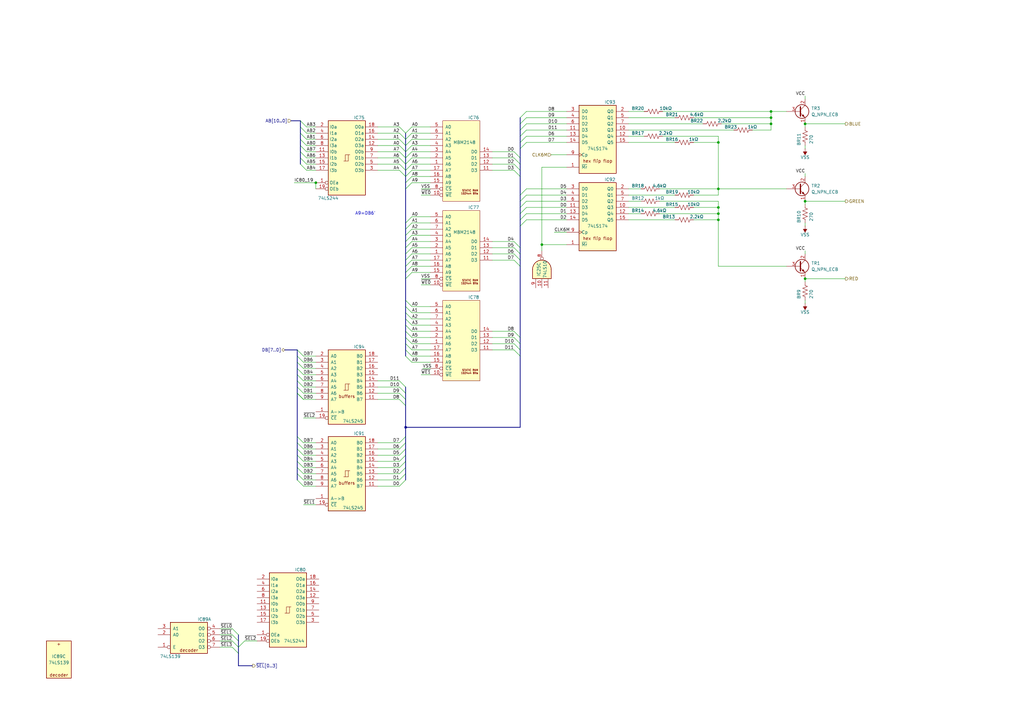
<source format=kicad_sch>
(kicad_sch (version 20231120) (generator "eeschema") (generator_version "8.0")
  (paper "A3")
  (title_block (date "2024-11-16") (rev "José Tejada G.") (company "JOTEGO") (comment 1 "www.patreon.com/jotego") (comment 2 "José Tejada"))
  (lib_symbols
    (symbol "Device:Q_NPN_ECB" (pin_names (offset 0) hide)
      (property "Reference" "Q" (at 5.08 1.27 0))
      (property "Value" "Q_NPN_ECB" (at 5.08 -1.27 0))
      (symbol "Q_NPN_ECB_0_1"
        (polyline (pts (xy 0.635 0.635) (xy 2.54 2.54)))
        (polyline (pts (xy 0.635 -0.635) (xy 2.54 -2.54) (xy 2.54 -2.54)))
        (polyline (pts (xy 0.635 1.905) (xy 0.635 -1.905) (xy 0.635 -1.905)) (stroke (width 0.508)))
        (polyline (pts (xy 1.27 -1.778) (xy 1.778 -1.27) (xy 2.286 -2.286) (xy 1.27 -1.778) (xy 1.27 -1.778)) (fill (type outline)))
        (circle (center 1.27 0) (radius 2.8194) (stroke (width 0.254)))
      )
      (symbol "Q_NPN_ECB_1_1"
        (pin passive line (at 2.54 -5.08 90) (length 2.54) (name "E") (number "1"))
        (pin passive line (at 2.54 5.08 270) (length 2.54) (name "C") (number "2"))
        (pin passive line (at -5.08 0 0) (length 5.715) (name "B") (number "3"))
      )
    )
    (symbol "Device:R_US" (pin_numbers hide) (pin_names (offset 0))
      (property "Reference" "R" (at 2.54 0 90))
      (property "Value" "R_US" (at -2.54 0 90))
      (symbol "R_US_0_1"
        (polyline (pts (xy 0 -2.286) (xy 0 -2.54)))
        (polyline (pts (xy 0 2.286) (xy 0 2.54)))
        (polyline (pts (xy 0 -0.762) (xy 1.016 -1.143) (xy 0 -1.524) (xy -1.016 -1.905) (xy 0 -2.286)))
        (polyline (pts (xy 0 0.762) (xy 1.016 0.381) (xy 0 0) (xy -1.016 -0.381) (xy 0 -0.762)))
        (polyline (pts (xy 0 2.286) (xy 1.016 1.905) (xy 0 1.524) (xy -1.016 1.143) (xy 0 0.762)))
      )
      (symbol "R_US_1_1"
        (pin passive line (at 0 3.81 270) (length 1.27) (name "~") (number "1"))
        (pin passive line (at 0 -3.81 90) (length 1.27) (name "~") (number "2"))
      )
    )
    (symbol "arcade:MBM2148" (pin_names (offset 1.016))
      (property "Reference" "U" (at 6.35 17.78 0))
      (property "Value" "MBM2148" (at 2.54 -15.24 0))
      (symbol "MBM2148_0_1"
        (rectangle (start -7.62 16.51) (end 7.62 -16.51) (fill (type background)))
        (rectangle (start -6.35 16.51) (end -6.35 16.51))
      )
      (symbol "MBM2148_1_1"
        (text "STATIC RAM\n1024x4 Bits" (at 6.985 -12.7 0) (effects (font (size 0.762 0.762)) (justify right)))
        (pin input line (at -12.7 -1.27 0) (length 5.08) (name "A6") (number "1"))
        (pin input inverted (at -12.7 -13.97 0) (length 5.08) (name "~{WE}") (number "10"))
        (pin output line (at 12.7 -3.81 180) (length 5.08) (name "D3") (number "11"))
        (pin output line (at 12.7 -1.27 180) (length 5.08) (name "D2") (number "12"))
        (pin output line (at 12.7 1.27 180) (length 5.08) (name "D1") (number "13"))
        (pin output line (at 12.7 3.81 180) (length 5.08) (name "D0") (number "14"))
        (pin input line (at -12.7 -8.89 0) (length 5.08) (name "A9") (number "15"))
        (pin input line (at -12.7 -6.35 0) (length 5.08) (name "A8") (number "16"))
        (pin input line (at -12.7 -3.81 0) (length 5.08) (name "A7") (number "17"))
        (pin power_in line (at 0 16.51 270) (length 5.08) hide (name "VCC") (number "18"))
        (pin input line (at -12.7 1.27 0) (length 5.08) (name "A5") (number "2"))
        (pin input line (at -12.7 3.81 0) (length 5.08) (name "A4") (number "3"))
        (pin input line (at -12.7 6.35 0) (length 5.08) (name "A3") (number "4"))
        (pin input line (at -12.7 13.97 0) (length 5.08) (name "A0") (number "5"))
        (pin input line (at -12.7 11.43 0) (length 5.08) (name "A1") (number "6"))
        (pin input line (at -12.7 8.89 0) (length 5.08) (name "A2") (number "7"))
        (pin input inverted (at -12.7 -11.43 0) (length 5.08) (name "~{CS}") (number "8"))
        (pin power_in line (at 0 -16.51 90) (length 5.08) hide (name "VSS") (number "9"))
      )
    )
    (symbol "jt74:74LS10" (pin_names (offset 1.016))
      (property "Reference" "U" (at 0 1.27 0))
      (property "Value" "74LS10" (at 0 -1.27 0))
      (symbol "74LS10_1_1"
        (arc (start 0 -3.81) (mid 3.7934 0) (end 0 3.81) (stroke (width 0.254)) (fill (type background)))
        (polyline (pts (xy 0 3.81) (xy -3.81 3.81) (xy -3.81 -3.81) (xy 0 -3.81)) (stroke (width 0.254)) (fill (type background)))
        (pin input line (at -7.62 2.54 0) (length 3.81) (name "~") (number "1"))
        (pin output inverted (at 7.62 0 180) (length 3.81) (name "~") (number "12"))
        (pin input line (at -7.62 -2.54 0) (length 3.81) (name "~") (number "13"))
        (pin input line (at -7.62 0 0) (length 3.81) (name "~") (number "2"))
      )
      (symbol "74LS10_1_2"
        (arc (start -3.81 -3.81) (mid -2.589 0) (end -3.81 3.81) (stroke (width 0.254)))
        (arc (start -0.6096 -3.81) (mid 2.1842 -2.5851) (end 3.81 0) (stroke (width 0.254)) (fill (type background)))
        (polyline (pts (xy -3.81 -3.81) (xy -0.635 -3.81)) (stroke (width 0.254)) (fill (type background)))
        (polyline (pts (xy -3.81 3.81) (xy -0.635 3.81)) (stroke (width 0.254)) (fill (type background)))
        (polyline (pts (xy -0.635 3.81) (xy -3.81 3.81) (xy -3.81 3.81) (xy -3.556 3.4036) (xy -3.0226 2.2606) (xy -2.6924 1.0414) (xy -2.6162 -0.254) (xy -2.7686 -1.4986) (xy -3.175 -2.7178) (xy -3.81 -3.81) (xy -3.81 -3.81) (xy -0.635 -3.81)) (stroke (width -25.4)) (fill (type background)))
        (arc (start 3.81 0) (mid 2.1915 2.5936) (end -0.6096 3.81) (stroke (width 0.254)) (fill (type background)))
        (pin input inverted (at -7.62 2.54 0) (length 4.318) (name "~") (number "1"))
        (pin output line (at 7.62 0 180) (length 3.81) (name "~") (number "12"))
        (pin input inverted (at -7.62 -2.54 0) (length 4.318) (name "~") (number "13"))
        (pin input inverted (at -7.62 0 0) (length 4.953) (name "~") (number "2"))
      )
      (symbol "74LS10_2_1"
        (arc (start 0 -3.81) (mid 3.7934 0) (end 0 3.81) (stroke (width 0.254)) (fill (type background)))
        (polyline (pts (xy 0 3.81) (xy -3.81 3.81) (xy -3.81 -3.81) (xy 0 -3.81)) (stroke (width 0.254)) (fill (type background)))
        (pin input line (at -7.62 2.54 0) (length 3.81) (name "~") (number "3"))
        (pin input line (at -7.62 0 0) (length 3.81) (name "~") (number "4"))
        (pin input line (at -7.62 -2.54 0) (length 3.81) (name "~") (number "5"))
        (pin output inverted (at 7.62 0 180) (length 3.81) (name "~") (number "6"))
      )
      (symbol "74LS10_2_2"
        (arc (start -3.81 -3.81) (mid -2.589 0) (end -3.81 3.81) (stroke (width 0.254)))
        (arc (start -0.6096 -3.81) (mid 2.1842 -2.5851) (end 3.81 0) (stroke (width 0.254)) (fill (type background)))
        (polyline (pts (xy -3.81 -3.81) (xy -0.635 -3.81)) (stroke (width 0.254)) (fill (type background)))
        (polyline (pts (xy -3.81 3.81) (xy -0.635 3.81)) (stroke (width 0.254)) (fill (type background)))
        (polyline (pts (xy -0.635 3.81) (xy -3.81 3.81) (xy -3.81 3.81) (xy -3.556 3.4036) (xy -3.0226 2.2606) (xy -2.6924 1.0414) (xy -2.6162 -0.254) (xy -2.7686 -1.4986) (xy -3.175 -2.7178) (xy -3.81 -3.81) (xy -3.81 -3.81) (xy -0.635 -3.81)) (stroke (width -25.4)) (fill (type background)))
        (arc (start 3.81 0) (mid 2.1915 2.5936) (end -0.6096 3.81) (stroke (width 0.254)) (fill (type background)))
        (pin input inverted (at -7.62 2.54 0) (length 4.318) (name "~") (number "3"))
        (pin input inverted (at -7.62 0 0) (length 4.953) (name "~") (number "4"))
        (pin input inverted (at -7.62 -2.54 0) (length 4.318) (name "~") (number "5"))
        (pin output line (at 7.62 0 180) (length 3.81) (name "~") (number "6"))
      )
      (symbol "74LS10_3_1"
        (arc (start 0 -3.81) (mid 3.7934 0) (end 0 3.81) (stroke (width 0.254)) (fill (type background)))
        (polyline (pts (xy 0 3.81) (xy -3.81 3.81) (xy -3.81 -3.81) (xy 0 -3.81)) (stroke (width 0.254)) (fill (type background)))
        (pin input line (at -7.62 0 0) (length 3.81) (name "~") (number "10"))
        (pin input line (at -7.62 -2.54 0) (length 3.81) (name "~") (number "11"))
        (pin output inverted (at 7.62 0 180) (length 3.81) (name "~") (number "8"))
        (pin input line (at -7.62 2.54 0) (length 3.81) (name "~") (number "9"))
      )
      (symbol "74LS10_3_2"
        (arc (start -3.81 -3.81) (mid -2.589 0) (end -3.81 3.81) (stroke (width 0.254)))
        (arc (start -0.6096 -3.81) (mid 2.1842 -2.5851) (end 3.81 0) (stroke (width 0.254)) (fill (type background)))
        (polyline (pts (xy -3.81 -3.81) (xy -0.635 -3.81)) (stroke (width 0.254)) (fill (type background)))
        (polyline (pts (xy -3.81 3.81) (xy -0.635 3.81)) (stroke (width 0.254)) (fill (type background)))
        (polyline (pts (xy -0.635 3.81) (xy -3.81 3.81) (xy -3.81 3.81) (xy -3.556 3.4036) (xy -3.0226 2.2606) (xy -2.6924 1.0414) (xy -2.6162 -0.254) (xy -2.7686 -1.4986) (xy -3.175 -2.7178) (xy -3.81 -3.81) (xy -3.81 -3.81) (xy -0.635 -3.81)) (stroke (width -25.4)) (fill (type background)))
        (arc (start 3.81 0) (mid 2.1915 2.5936) (end -0.6096 3.81) (stroke (width 0.254)) (fill (type background)))
        (pin input inverted (at -7.62 0 0) (length 4.953) (name "~") (number "10"))
        (pin input inverted (at -7.62 -2.54 0) (length 4.318) (name "~") (number "11"))
        (pin output line (at 7.62 0 180) (length 3.81) (name "~") (number "8"))
        (pin input inverted (at -7.62 2.54 0) (length 4.318) (name "~") (number "9"))
      )
      (symbol "74LS10_4_0"
        (pin power_in line (at 0 7.62 270) (length 5.08) hide (name "VCC") (number "14"))
        (pin power_in line (at 0 -7.62 90) (length 5.08) hide (name "VSS") (number "7"))
      )
      (symbol "74LS10_4_1"
        (rectangle (start -5.08 7.62) (end 5.08 -7.62) (stroke (width 0.254)) (fill (type background)))
      )
    )
    (symbol "jt74:74LS139" (pin_names (offset 1.016))
      (property "Reference" "U" (at 0 1.27 0))
      (property "Value" "74LS139" (at 0 -1.27 0))
      (symbol "74LS139_0_0"
        (text "decoder" (at 0 -6.35 0) (effects (font (size 1.27 1.27))))
      )
      (symbol "74LS139_1_0"
        (pin input inverted (at -12.7 -5.08 0) (length 5.08) (name "E") (number "1"))
        (pin input line (at -12.7 0 0) (length 5.08) (name "A0") (number "2"))
        (pin input line (at -12.7 2.54 0) (length 5.08) (name "A1") (number "3"))
        (pin output inverted (at 12.7 2.54 180) (length 5.08) (name "O0") (number "4"))
        (pin output inverted (at 12.7 0 180) (length 5.08) (name "O1") (number "5"))
        (pin output inverted (at 12.7 -2.54 180) (length 5.08) (name "O2") (number "6"))
        (pin output inverted (at 12.7 -5.08 180) (length 5.08) (name "O3") (number "7"))
      )
      (symbol "74LS139_1_1"
        (rectangle (start -7.62 5.08) (end 7.62 -7.62) (stroke (width 0.254)) (fill (type background)))
      )
      (symbol "74LS139_2_0"
        (pin output inverted (at 12.7 -2.54 180) (length 5.08) (name "O2") (number "10"))
        (pin output inverted (at 12.7 0 180) (length 5.08) (name "O1") (number "11"))
        (pin output inverted (at 12.7 2.54 180) (length 5.08) (name "O0") (number "12"))
        (pin input line (at -12.7 2.54 0) (length 5.08) (name "A1") (number "13"))
        (pin input line (at -12.7 0 0) (length 5.08) (name "A0") (number "14"))
        (pin input inverted (at -12.7 -5.08 0) (length 5.08) (name "E") (number "15"))
        (pin output inverted (at 12.7 -5.08 180) (length 5.08) (name "O3") (number "9"))
      )
      (symbol "74LS139_2_1"
        (rectangle (start -7.62 5.08) (end 7.62 -7.62) (stroke (width 0.254)) (fill (type background)))
      )
      (symbol "74LS139_3_0"
        (pin power_in line (at 0 7.62 270) (length 5.08) hide (name "VCC") (number "16"))
        (pin power_in line (at 0 -7.62 90) (length 5.08) hide (name "VSS") (number "8"))
      )
      (symbol "74LS139_3_1"
        (rectangle (start -5.08 7.62) (end 5.08 -7.62) (stroke (width 0.254)) (fill (type background)))
        (text "+" (at 0 6.35 0) (effects (font (size 1.27 1.27))))
      )
    )
    (symbol "jt74:74LS174" (pin_names (offset 1.016))
      (property "Reference" "U" (at 5.08 -12.7 0))
      (property "Value" "74LS174" (at 0 -5.08 0))
      (symbol "74LS174_0_0"
        (text "hex flip flop" (at 0 -10.16 0) (effects (font (size 1.27 1.27))))
      )
      (symbol "74LS174_1_0"
        (pin input line (at -12.7 -12.7 0) (length 5.08) (name "~{Mr}") (number "1"))
        (pin output line (at 12.7 2.54 180) (length 5.08) (name "Q3") (number "10"))
        (pin input line (at -12.7 2.54 0) (length 5.08) (name "D3") (number "11"))
        (pin output line (at 12.7 0 180) (length 5.08) (name "Q4") (number "12"))
        (pin input line (at -12.7 0 0) (length 5.08) (name "D4") (number "13"))
        (pin input line (at -12.7 -2.54 0) (length 5.08) (name "D5") (number "14"))
        (pin output line (at 12.7 -2.54 180) (length 5.08) (name "Q5") (number "15"))
        (pin output line (at 12.7 10.16 180) (length 5.08) (name "Q0") (number "2"))
        (pin input line (at -12.7 10.16 0) (length 5.08) (name "D0") (number "3"))
        (pin input line (at -12.7 7.62 0) (length 5.08) (name "D1") (number "4"))
        (pin output line (at 12.7 7.62 180) (length 5.08) (name "Q1") (number "5"))
        (pin input line (at -12.7 5.08 0) (length 5.08) (name "D2") (number "6"))
        (pin output line (at 12.7 5.08 180) (length 5.08) (name "Q2") (number "7"))
        (pin input clock (at -12.7 -7.62 0) (length 5.08) (name "Cp") (number "9"))
      )
      (symbol "74LS174_1_1"
        (rectangle (start -7.62 12.7) (end 7.62 -15.24) (stroke (width 0.254)) (fill (type background)))
        (pin power_in line (at 0 12.7 270) (length 5.08) hide (name "VCC") (number "16"))
        (pin power_in line (at 0 -15.24 90) (length 5.08) hide (name "VSS") (number "8"))
      )
    )
    (symbol "jt74:74LS244"
      (property "Reference" "U" (at 7.62 16.51 0))
      (property "Value" "74LS244" (at 3.175 -13.97 0))
      (symbol "74LS244_1_0"
        (polyline (pts (xy -0.635 -1.27) (xy -0.635 1.27) (xy 0.635 1.27)))
        (polyline (pts (xy -1.27 -1.27) (xy 0.635 -1.27) (xy 0.635 1.27) (xy 1.27 1.27)))
        (pin input inverted (at -12.7 -10.16 0) (length 5.08) (name "OEa") (number "1"))
        (pin power_in line (at 0 -15.24 90) (length 5.08) hide (name "VSS") (number "10"))
        (pin input line (at -12.7 2.54 0) (length 5.08) (name "I0b") (number "11"))
        (pin tri_state line (at 12.7 5.08 180) (length 5.08) (name "O3a") (number "12"))
        (pin input line (at -12.7 0 0) (length 5.08) (name "I1b") (number "13"))
        (pin tri_state line (at 12.7 7.62 180) (length 5.08) (name "O2a") (number "14"))
        (pin input line (at -12.7 -2.54 0) (length 5.08) (name "I2b") (number "15"))
        (pin tri_state line (at 12.7 10.16 180) (length 5.08) (name "O1a") (number "16"))
        (pin input line (at -12.7 -5.08 0) (length 5.08) (name "I3b") (number "17"))
        (pin tri_state line (at 12.7 12.7 180) (length 5.08) (name "O0a") (number "18"))
        (pin input inverted (at -12.7 -12.7 0) (length 5.08) (name "OEb") (number "19"))
        (pin input line (at -12.7 12.7 0) (length 5.08) (name "I0a") (number "2"))
        (pin power_in line (at 0 15.24 270) (length 5.08) hide (name "VCC") (number "20"))
        (pin tri_state line (at 12.7 -5.08 180) (length 5.08) (name "O3b") (number "3"))
        (pin input line (at -12.7 10.16 0) (length 5.08) (name "I1a") (number "4"))
        (pin tri_state line (at 12.7 -2.54 180) (length 5.08) (name "O2b") (number "5"))
        (pin input line (at -12.7 7.62 0) (length 5.08) (name "I2a") (number "6"))
        (pin tri_state line (at 12.7 0 180) (length 5.08) (name "O1b") (number "7"))
        (pin input line (at -12.7 5.08 0) (length 5.08) (name "I3a") (number "8"))
        (pin tri_state line (at 12.7 2.54 180) (length 5.08) (name "O0b") (number "9"))
      )
      (symbol "74LS244_1_1"
        (rectangle (start -7.62 15.24) (end 7.62 -15.24) (stroke (width 0.254)) (fill (type background)))
      )
    )
    (symbol "jt74:74LS245" (pin_names (offset 1.016))
      (property "Reference" "U" (at -7.62 16.51 0))
      (property "Value" "74LS245" (at 2.54 -13.97 0))
      (symbol "74LS245_0_0"
        (text "buffers" (at 0 -3.81 0) (effects (font (size 1.27 1.27))))
      )
      (symbol "74LS245_1_0"
        (polyline (pts (xy -0.635 -1.27) (xy -0.635 1.27) (xy 0.635 1.27)))
        (polyline (pts (xy -1.27 -1.27) (xy 0.635 -1.27) (xy 0.635 1.27) (xy 1.27 1.27)))
        (pin input line (at -12.7 -10.16 0) (length 5.08) (name "A->B") (number "1"))
        (pin tri_state line (at 12.7 -5.08 180) (length 5.08) (name "B7") (number "11"))
        (pin tri_state line (at 12.7 -2.54 180) (length 5.08) (name "B6") (number "12"))
        (pin tri_state line (at 12.7 0 180) (length 5.08) (name "B5") (number "13"))
        (pin tri_state line (at 12.7 2.54 180) (length 5.08) (name "B4") (number "14"))
        (pin tri_state line (at 12.7 5.08 180) (length 5.08) (name "B3") (number "15"))
        (pin tri_state line (at 12.7 7.62 180) (length 5.08) (name "B2") (number "16"))
        (pin tri_state line (at 12.7 10.16 180) (length 5.08) (name "B1") (number "17"))
        (pin tri_state line (at 12.7 12.7 180) (length 5.08) (name "B0") (number "18"))
        (pin input inverted (at -12.7 -12.7 0) (length 5.08) (name "~{CE}") (number "19"))
        (pin tri_state line (at -12.7 12.7 0) (length 5.08) (name "A0") (number "2"))
        (pin tri_state line (at -12.7 10.16 0) (length 5.08) (name "A1") (number "3"))
        (pin tri_state line (at -12.7 7.62 0) (length 5.08) (name "A2") (number "4"))
        (pin tri_state line (at -12.7 5.08 0) (length 5.08) (name "A3") (number "5"))
        (pin tri_state line (at -12.7 2.54 0) (length 5.08) (name "A4") (number "6"))
        (pin tri_state line (at -12.7 0 0) (length 5.08) (name "A5") (number "7"))
        (pin tri_state line (at -12.7 -2.54 0) (length 5.08) (name "A6") (number "8"))
        (pin tri_state line (at -12.7 -5.08 0) (length 5.08) (name "A7") (number "9"))
      )
      (symbol "74LS245_1_1"
        (rectangle (start -7.62 15.24) (end 7.62 -15.24) (stroke (width 0.254)) (fill (type background)))
      )
    )
    (symbol "power:VSS" (power) (pin_numbers hide) (pin_names (offset 0) hide)
      (property "Value" "VSS" (at 0 3.556 0))
      (symbol "VSS_0_1"
        (polyline (pts (xy 0 0) (xy 0 2.54)))
        (polyline (pts (xy 0.762 1.27) (xy -0.762 1.27) (xy 0 2.54) (xy 0.762 1.27)) (fill (type outline)))
      )
      (symbol "VSS_1_1"
        (pin power_in line (at 0 0 90) (length 0) (name "~") (number "1"))
      )
    )
  )
  (junction (at 222.25 100.33))
  (junction (at 294.64 87.63))
  (junction (at 330.2 82.55))
  (junction (at 330.2 114.3))
  (junction (at 294.64 85.09))
  (junction (at 129.54 74.93))
  (junction (at 166.37 175.26))
  (junction (at 316.23 48.26))
  (junction (at 316.23 45.72))
  (junction (at 316.23 50.8))
  (junction (at 294.64 90.17))
  (junction (at 330.2 50.8))
  (junction (at 294.64 58.42))
  (junction (at 294.64 77.47))
  (bus_entry (at 166.37 74.93) (size 2.54 -2.54))
  (bus_entry (at 124.46 158.75) (size -2.54 -2.54))
  (bus_entry (at 166.37 146.05) (size 2.54 2.54))
  (bus_entry (at 163.83 69.85) (size 2.54 2.54))
  (bus_entry (at 210.82 69.85) (size 2.54 2.54))
  (bus_entry (at 166.37 114.3) (size 2.54 -2.54))
  (bus_entry (at 166.37 135.89) (size 2.54 2.54))
  (bus_entry (at 166.37 69.85) (size 2.54 -2.54))
  (bus_entry (at 163.83 196.85) (size 2.54 -2.54))
  (bus_entry (at 163.83 161.29) (size 2.54 2.54))
  (bus_entry (at 166.37 72.39) (size 2.54 -2.54))
  (bus_entry (at 163.83 194.31) (size 2.54 -2.54))
  (bus_entry (at 124.46 161.29) (size -2.54 -2.54))
  (bus_entry (at 124.46 163.83) (size -2.54 -2.54))
  (bus_entry (at 124.46 184.15) (size -2.54 -2.54))
  (bus_entry (at 213.36 85.09) (size 2.54 -2.54))
  (bus_entry (at 166.37 111.76) (size 2.54 -2.54))
  (bus_entry (at 213.36 82.55) (size 2.54 -2.54))
  (bus_entry (at 166.37 62.23) (size 2.54 -2.54))
  (bus_entry (at 210.82 101.6) (size 2.54 2.54))
  (bus_entry (at 210.82 62.23) (size 2.54 2.54))
  (bus_entry (at 166.37 99.06) (size 2.54 -2.54))
  (bus_entry (at 124.46 194.31) (size -2.54 -2.54))
  (bus_entry (at 166.37 77.47) (size 2.54 -2.54))
  (bus_entry (at 125.73 54.61) (size -2.54 -2.54))
  (bus_entry (at 213.36 90.17) (size 2.54 -2.54))
  (bus_entry (at 163.83 199.39) (size 2.54 -2.54))
  (bus_entry (at 124.46 163.83) (size -2.54 -2.54))
  (bus_entry (at 163.83 156.21) (size 2.54 2.54))
  (bus_entry (at 163.83 158.75) (size 2.54 2.54))
  (bus_entry (at 166.37 106.68) (size 2.54 -2.54))
  (bus_entry (at 166.37 64.77) (size 2.54 -2.54))
  (bus_entry (at 163.83 52.07) (size 2.54 2.54))
  (bus_entry (at 213.36 48.26) (size 2.54 -2.54))
  (bus_entry (at 125.73 57.15) (size -2.54 -2.54))
  (bus_entry (at 124.46 148.59) (size -2.54 -2.54))
  (bus_entry (at 210.82 67.31) (size 2.54 2.54))
  (bus_entry (at 210.82 135.89) (size 2.54 2.54))
  (bus_entry (at 163.83 184.15) (size 2.54 -2.54))
  (bus_entry (at 163.83 67.31) (size 2.54 2.54))
  (bus_entry (at 210.82 106.68) (size 2.54 2.54))
  (bus_entry (at 95.25 257.81) (size 2.54 2.54))
  (bus_entry (at 213.36 50.8) (size 2.54 -2.54))
  (bus_entry (at 163.83 186.69) (size 2.54 -2.54))
  (bus_entry (at 210.82 140.97) (size 2.54 2.54))
  (bus_entry (at 163.83 163.83) (size 2.54 2.54))
  (bus_entry (at 166.37 128.27) (size 2.54 2.54))
  (bus_entry (at 166.37 54.61) (size 2.54 -2.54))
  (bus_entry (at 213.36 80.01) (size 2.54 -2.54))
  (bus_entry (at 210.82 138.43) (size 2.54 2.54))
  (bus_entry (at 125.73 64.77) (size -2.54 -2.54))
  (bus_entry (at 124.46 186.69) (size -2.54 -2.54))
  (bus_entry (at 213.36 53.34) (size 2.54 -2.54))
  (bus_entry (at 125.73 67.31) (size -2.54 -2.54))
  (bus_entry (at 125.73 69.85) (size -2.54 -2.54))
  (bus_entry (at 124.46 199.39) (size -2.54 -2.54))
  (bus_entry (at 124.46 153.67) (size -2.54 -2.54))
  (bus_entry (at 125.73 59.69) (size -2.54 -2.54))
  (bus_entry (at 166.37 93.98) (size 2.54 -2.54))
  (bus_entry (at 124.46 196.85) (size -2.54 -2.54))
  (bus_entry (at 166.37 143.51) (size 2.54 2.54))
  (bus_entry (at 124.46 151.13) (size -2.54 -2.54))
  (bus_entry (at 166.37 125.73) (size 2.54 2.54))
  (bus_entry (at 166.37 91.44) (size 2.54 -2.54))
  (bus_entry (at 166.37 96.52) (size 2.54 -2.54))
  (bus_entry (at 210.82 104.14) (size 2.54 2.54))
  (bus_entry (at 213.36 60.96) (size 2.54 -2.54))
  (bus_entry (at 163.83 64.77) (size 2.54 2.54))
  (bus_entry (at 213.36 55.88) (size 2.54 -2.54))
  (bus_entry (at 213.36 87.63) (size 2.54 -2.54))
  (bus_entry (at 163.83 189.23) (size 2.54 -2.54))
  (bus_entry (at 163.83 62.23) (size 2.54 2.54))
  (bus_entry (at 100.33 262.89) (size -2.54 2.54))
  (bus_entry (at 213.36 92.71) (size 2.54 -2.54))
  (bus_entry (at 210.82 64.77) (size 2.54 2.54))
  (bus_entry (at 166.37 138.43) (size 2.54 2.54))
  (bus_entry (at 163.83 59.69) (size 2.54 2.54))
  (bus_entry (at 95.25 260.35) (size 2.54 2.54))
  (bus_entry (at 166.37 101.6) (size 2.54 -2.54))
  (bus_entry (at 163.83 191.77) (size 2.54 -2.54))
  (bus_entry (at 166.37 57.15) (size 2.54 -2.54))
  (bus_entry (at 125.73 52.07) (size -2.54 -2.54))
  (bus_entry (at 166.37 133.35) (size 2.54 2.54))
  (bus_entry (at 166.37 67.31) (size 2.54 -2.54))
  (bus_entry (at 166.37 123.19) (size 2.54 2.54))
  (bus_entry (at 163.83 181.61) (size 2.54 -2.54))
  (bus_entry (at 124.46 191.77) (size -2.54 -2.54))
  (bus_entry (at 166.37 59.69) (size 2.54 -2.54))
  (bus_entry (at 166.37 140.97) (size 2.54 2.54))
  (bus_entry (at 125.73 62.23) (size -2.54 -2.54))
  (bus_entry (at 210.82 143.51) (size 2.54 2.54))
  (bus_entry (at 124.46 156.21) (size -2.54 -2.54))
  (bus_entry (at 213.36 58.42) (size 2.54 -2.54))
  (bus_entry (at 121.92 143.51) (size 2.54 2.54))
  (bus_entry (at 163.83 54.61) (size 2.54 2.54))
  (bus_entry (at 163.83 57.15) (size 2.54 2.54))
  (bus_entry (at 210.82 99.06) (size 2.54 2.54))
  (bus_entry (at 166.37 104.14) (size 2.54 -2.54))
  (bus_entry (at 124.46 189.23) (size -2.54 -2.54))
  (bus_entry (at 95.25 262.89) (size 2.54 2.54))
  (bus_entry (at 166.37 130.81) (size 2.54 2.54))
  (bus_entry (at 124.46 181.61) (size -2.54 -2.54))
  (bus_entry (at 166.37 109.22) (size 2.54 -2.54))
  (bus_entry (at 95.25 265.43) (size 2.54 2.54))
  (wire (pts (xy 168.91 135.89) (xy 176.53 135.89)))
  (wire (pts (xy 257.81 50.8) (xy 288.29 50.8)))
  (wire (pts (xy 215.9 45.72) (xy 232.41 45.72)))
  (wire (pts (xy 295.91 50.8) (xy 316.23 50.8)))
  (wire (pts (xy 154.94 59.69) (xy 163.83 59.69)))
  (bus (pts (xy 166.37 91.44) (xy 166.37 93.98)))
  (bus (pts (xy 213.36 104.14) (xy 213.36 106.68)))
  (wire (pts (xy 201.93 143.51) (xy 210.82 143.51)))
  (bus (pts (xy 213.36 55.88) (xy 213.36 58.42)))
  (bus (pts (xy 166.37 135.89) (xy 166.37 138.43)))
  (bus (pts (xy 121.92 158.75) (xy 121.92 156.21)))
  (bus (pts (xy 166.37 111.76) (xy 166.37 114.3)))
  (wire (pts (xy 168.91 146.05) (xy 176.53 146.05)))
  (wire (pts (xy 172.72 77.47) (xy 176.53 77.47)))
  (bus (pts (xy 166.37 54.61) (xy 166.37 57.15)))
  (wire (pts (xy 173.355 151.13) (xy 176.53 151.13)))
  (wire (pts (xy 124.46 171.45) (xy 129.54 171.45)))
  (wire (pts (xy 154.94 196.85) (xy 163.83 196.85)))
  (wire (pts (xy 129.54 64.77) (xy 125.73 64.77)))
  (wire (pts (xy 222.25 100.33) (xy 232.41 100.33)))
  (wire (pts (xy 154.94 62.23) (xy 163.83 62.23)))
  (wire (pts (xy 271.78 45.72) (xy 316.23 45.72)))
  (wire (pts (xy 172.72 114.3) (xy 176.53 114.3)))
  (wire (pts (xy 124.46 189.23) (xy 129.54 189.23)))
  (wire (pts (xy 294.64 77.47) (xy 322.58 77.47)))
  (wire (pts (xy 168.91 133.35) (xy 176.53 133.35)))
  (bus (pts (xy 166.37 140.97) (xy 166.37 143.51)))
  (wire (pts (xy 168.91 109.22) (xy 176.53 109.22)))
  (wire (pts (xy 124.46 146.05) (xy 129.54 146.05)))
  (wire (pts (xy 154.94 194.31) (xy 163.83 194.31)))
  (wire (pts (xy 168.91 106.68) (xy 176.53 106.68)))
  (wire (pts (xy 215.9 82.55) (xy 232.41 82.55)))
  (bus (pts (xy 166.37 143.51) (xy 166.37 146.05)))
  (wire (pts (xy 215.9 87.63) (xy 232.41 87.63)))
  (wire (pts (xy 257.81 77.47) (xy 262.89 77.47)))
  (bus (pts (xy 121.92 181.61) (xy 121.92 179.07)))
  (bus (pts (xy 166.37 181.61) (xy 166.37 184.15)))
  (wire (pts (xy 294.64 58.42) (xy 294.64 77.47)))
  (wire (pts (xy 201.93 138.43) (xy 210.82 138.43)))
  (wire (pts (xy 154.94 64.77) (xy 163.83 64.77)))
  (wire (pts (xy 226.06 63.5) (xy 232.41 63.5)))
  (wire (pts (xy 154.94 67.31) (xy 163.83 67.31)))
  (bus (pts (xy 166.37 67.31) (xy 166.37 69.85)))
  (wire (pts (xy 201.93 64.77) (xy 210.82 64.77)))
  (wire (pts (xy 124.46 194.31) (xy 129.54 194.31)))
  (wire (pts (xy 330.2 50.8) (xy 346.71 50.8)))
  (wire (pts (xy 168.91 99.06) (xy 176.53 99.06)))
  (bus (pts (xy 213.36 48.26) (xy 213.36 50.8)))
  (bus (pts (xy 123.19 54.61) (xy 123.19 57.15)))
  (bus (pts (xy 213.36 140.97) (xy 213.36 143.51)))
  (wire (pts (xy 124.46 186.69) (xy 129.54 186.69)))
  (wire (pts (xy 90.17 262.89) (xy 95.25 262.89)))
  (bus (pts (xy 166.37 109.22) (xy 166.37 111.76)))
  (wire (pts (xy 284.48 58.42) (xy 294.64 58.42)))
  (bus (pts (xy 166.37 125.73) (xy 166.37 128.27)))
  (wire (pts (xy 168.91 93.98) (xy 176.53 93.98)))
  (wire (pts (xy 294.64 90.17) (xy 284.48 90.17)))
  (wire (pts (xy 125.73 54.61) (xy 129.54 54.61)))
  (wire (pts (xy 154.94 156.21) (xy 163.83 156.21)))
  (bus (pts (xy 166.37 175.26) (xy 213.36 175.26)))
  (wire (pts (xy 168.91 52.07) (xy 176.53 52.07)))
  (bus (pts (xy 166.37 130.81) (xy 166.37 133.35)))
  (wire (pts (xy 154.94 158.75) (xy 163.83 158.75)))
  (wire (pts (xy 201.93 69.85) (xy 210.82 69.85)))
  (wire (pts (xy 330.2 71.12) (xy 330.2 72.39)))
  (wire (pts (xy 168.91 138.43) (xy 176.53 138.43)))
  (bus (pts (xy 121.92 146.05) (xy 121.92 143.51)))
  (bus (pts (xy 121.92 194.31) (xy 121.92 191.77)))
  (bus (pts (xy 166.37 101.6) (xy 166.37 104.14)))
  (bus (pts (xy 213.36 175.26) (xy 213.36 146.05)))
  (bus (pts (xy 121.92 153.67) (xy 121.92 151.13)))
  (bus (pts (xy 213.36 82.55) (xy 213.36 85.09)))
  (wire (pts (xy 154.94 52.07) (xy 163.83 52.07)))
  (wire (pts (xy 270.51 87.63) (xy 294.64 87.63)))
  (wire (pts (xy 154.94 186.69) (xy 163.83 186.69)))
  (wire (pts (xy 154.94 57.15) (xy 163.83 57.15)))
  (bus (pts (xy 213.36 85.09) (xy 213.36 87.63)))
  (wire (pts (xy 227.33 95.25) (xy 232.41 95.25)))
  (wire (pts (xy 124.46 148.59) (xy 129.54 148.59)))
  (wire (pts (xy 215.9 55.88) (xy 232.41 55.88)))
  (wire (pts (xy 222.25 100.33) (xy 222.25 68.58)))
  (wire (pts (xy 168.91 62.23) (xy 176.53 62.23)))
  (wire (pts (xy 168.91 59.69) (xy 176.53 59.69)))
  (wire (pts (xy 129.54 62.23) (xy 125.73 62.23)))
  (wire (pts (xy 294.64 80.01) (xy 284.48 80.01)))
  (bus (pts (xy 121.92 179.07) (xy 121.92 161.29)))
  (wire (pts (xy 257.81 45.72) (xy 264.16 45.72)))
  (bus (pts (xy 213.36 67.31) (xy 213.36 69.85)))
  (wire (pts (xy 257.81 82.55) (xy 262.89 82.55)))
  (bus (pts (xy 166.37 123.19) (xy 166.37 125.73)))
  (wire (pts (xy 168.91 128.27) (xy 176.53 128.27)))
  (wire (pts (xy 129.54 69.85) (xy 125.73 69.85)))
  (wire (pts (xy 284.48 85.09) (xy 294.64 85.09)))
  (wire (pts (xy 168.91 111.76) (xy 176.53 111.76)))
  (bus (pts (xy 213.36 64.77) (xy 213.36 67.31)))
  (bus (pts (xy 123.19 64.77) (xy 123.19 67.31)))
  (bus (pts (xy 166.37 166.37) (xy 166.37 163.83)))
  (wire (pts (xy 294.64 77.47) (xy 294.64 80.01)))
  (bus (pts (xy 213.36 101.6) (xy 213.36 104.14)))
  (wire (pts (xy 124.46 181.61) (xy 129.54 181.61)))
  (wire (pts (xy 201.93 135.89) (xy 210.82 135.89)))
  (wire (pts (xy 124.46 184.15) (xy 129.54 184.15)))
  (wire (pts (xy 215.9 85.09) (xy 232.41 85.09)))
  (wire (pts (xy 154.94 163.83) (xy 163.83 163.83)))
  (wire (pts (xy 316.23 45.72) (xy 322.58 45.72)))
  (wire (pts (xy 124.46 191.77) (xy 129.54 191.77)))
  (wire (pts (xy 168.91 88.9) (xy 176.53 88.9)))
  (bus (pts (xy 97.79 267.97) (xy 97.79 273.05)))
  (bus (pts (xy 166.37 194.31) (xy 166.37 191.77)))
  (wire (pts (xy 168.91 104.14) (xy 176.53 104.14)))
  (wire (pts (xy 330.2 114.3) (xy 330.2 115.57)))
  (bus (pts (xy 121.92 186.69) (xy 121.92 184.15)))
  (wire (pts (xy 330.2 59.69) (xy 330.2 60.96)))
  (wire (pts (xy 168.91 130.81) (xy 176.53 130.81)))
  (wire (pts (xy 168.91 54.61) (xy 176.53 54.61)))
  (wire (pts (xy 168.91 69.85) (xy 176.53 69.85)))
  (wire (pts (xy 294.64 87.63) (xy 294.64 90.17)))
  (bus (pts (xy 97.79 260.35) (xy 97.79 262.89)))
  (wire (pts (xy 124.46 153.67) (xy 129.54 153.67)))
  (bus (pts (xy 166.37 189.23) (xy 166.37 186.69)))
  (bus (pts (xy 166.37 186.69) (xy 166.37 184.15)))
  (bus (pts (xy 166.37 166.37) (xy 166.37 175.26)))
  (wire (pts (xy 172.72 80.01) (xy 176.53 80.01)))
  (bus (pts (xy 121.92 184.15) (xy 121.92 181.61)))
  (wire (pts (xy 294.64 82.55) (xy 294.64 85.09)))
  (bus (pts (xy 119.38 49.53) (xy 123.19 49.53)))
  (bus (pts (xy 213.36 72.39) (xy 213.36 80.01)))
  (wire (pts (xy 222.25 68.58) (xy 232.41 68.58)))
  (wire (pts (xy 257.81 85.09) (xy 276.86 85.09)))
  (wire (pts (xy 294.64 55.88) (xy 294.64 58.42)))
  (bus (pts (xy 166.37 62.23) (xy 166.37 64.77)))
  (wire (pts (xy 201.93 104.14) (xy 210.82 104.14)))
  (wire (pts (xy 294.64 85.09) (xy 294.64 87.63)))
  (wire (pts (xy 172.72 116.84) (xy 176.53 116.84)))
  (wire (pts (xy 201.93 101.6) (xy 210.82 101.6)))
  (bus (pts (xy 166.37 138.43) (xy 166.37 140.97)))
  (wire (pts (xy 201.93 140.97) (xy 210.82 140.97)))
  (wire (pts (xy 201.93 67.31) (xy 210.82 67.31)))
  (wire (pts (xy 330.2 82.55) (xy 330.2 83.82)))
  (wire (pts (xy 124.46 151.13) (xy 129.54 151.13)))
  (bus (pts (xy 166.37 74.93) (xy 166.37 77.47)))
  (wire (pts (xy 168.91 64.77) (xy 176.53 64.77)))
  (bus (pts (xy 123.19 57.15) (xy 123.19 59.69)))
  (bus (pts (xy 213.36 87.63) (xy 213.36 90.17)))
  (bus (pts (xy 121.92 191.77) (xy 121.92 189.23)))
  (bus (pts (xy 121.92 189.23) (xy 121.92 186.69)))
  (bus (pts (xy 123.19 62.23) (xy 123.19 64.77)))
  (bus (pts (xy 123.19 59.69) (xy 123.19 62.23)))
  (bus (pts (xy 166.37 59.69) (xy 166.37 62.23)))
  (bus (pts (xy 166.37 161.29) (xy 166.37 158.75)))
  (wire (pts (xy 294.64 90.17) (xy 294.64 109.22)))
  (wire (pts (xy 168.91 125.73) (xy 176.53 125.73)))
  (wire (pts (xy 201.93 99.06) (xy 210.82 99.06)))
  (wire (pts (xy 129.54 67.31) (xy 125.73 67.31)))
  (wire (pts (xy 215.9 58.42) (xy 232.41 58.42)))
  (bus (pts (xy 121.92 151.13) (xy 121.92 148.59)))
  (bus (pts (xy 166.37 163.83) (xy 166.37 161.29)))
  (wire (pts (xy 257.81 48.26) (xy 276.86 48.26)))
  (wire (pts (xy 257.81 87.63) (xy 262.89 87.63)))
  (wire (pts (xy 168.91 67.31) (xy 176.53 67.31)))
  (bus (pts (xy 166.37 93.98) (xy 166.37 96.52)))
  (bus (pts (xy 213.36 69.85) (xy 213.36 72.39)))
  (wire (pts (xy 124.46 207.01) (xy 129.54 207.01)))
  (bus (pts (xy 97.79 262.89) (xy 97.79 265.43)))
  (wire (pts (xy 270.51 82.55) (xy 294.64 82.55)))
  (wire (pts (xy 168.91 72.39) (xy 176.53 72.39)))
  (wire (pts (xy 154.94 184.15) (xy 163.83 184.15)))
  (bus (pts (xy 213.36 143.51) (xy 213.36 146.05)))
  (bus (pts (xy 213.36 106.68) (xy 213.36 109.22)))
  (bus (pts (xy 213.36 90.17) (xy 213.36 92.71)))
  (wire (pts (xy 120.65 74.93) (xy 129.54 74.93)))
  (wire (pts (xy 168.91 91.44) (xy 176.53 91.44)))
  (wire (pts (xy 100.33 262.89) (xy 105.41 262.89)))
  (bus (pts (xy 123.19 49.53) (xy 123.19 52.07)))
  (bus (pts (xy 97.79 265.43) (xy 97.79 267.97)))
  (wire (pts (xy 129.54 74.93) (xy 129.54 77.47)))
  (bus (pts (xy 166.37 96.52) (xy 166.37 99.06)))
  (wire (pts (xy 168.91 74.93) (xy 176.53 74.93)))
  (bus (pts (xy 213.36 80.01) (xy 213.36 82.55)))
  (wire (pts (xy 125.73 59.69) (xy 129.54 59.69)))
  (wire (pts (xy 257.81 55.88) (xy 264.16 55.88)))
  (wire (pts (xy 215.9 80.01) (xy 232.41 80.01)))
  (wire (pts (xy 168.91 143.51) (xy 176.53 143.51)))
  (wire (pts (xy 168.91 148.59) (xy 176.53 148.59)))
  (wire (pts (xy 168.91 96.52) (xy 176.53 96.52)))
  (bus (pts (xy 166.37 72.39) (xy 166.37 74.93)))
  (wire (pts (xy 222.25 102.87) (xy 222.25 100.33)))
  (wire (pts (xy 257.81 58.42) (xy 276.86 58.42)))
  (wire (pts (xy 90.17 260.35) (xy 95.25 260.35)))
  (wire (pts (xy 90.17 257.81) (xy 95.25 257.81)))
  (wire (pts (xy 316.23 45.72) (xy 316.23 48.26)))
  (wire (pts (xy 308.61 53.34) (xy 316.23 53.34)))
  (wire (pts (xy 154.94 191.77) (xy 163.83 191.77)))
  (bus (pts (xy 166.37 175.26) (xy 166.37 179.07)))
  (wire (pts (xy 316.23 50.8) (xy 316.23 53.34)))
  (wire (pts (xy 294.64 109.22) (xy 322.58 109.22)))
  (wire (pts (xy 124.46 163.83) (xy 129.54 163.83)))
  (wire (pts (xy 154.94 199.39) (xy 163.83 199.39)))
  (bus (pts (xy 166.37 104.14) (xy 166.37 106.68)))
  (bus (pts (xy 121.92 156.21) (xy 121.92 153.67)))
  (wire (pts (xy 271.78 55.88) (xy 294.64 55.88)))
  (wire (pts (xy 330.2 102.87) (xy 330.2 104.14)))
  (bus (pts (xy 213.36 58.42) (xy 213.36 60.96)))
  (wire (pts (xy 154.94 69.85) (xy 163.83 69.85)))
  (bus (pts (xy 166.37 114.3) (xy 166.37 123.19)))
  (wire (pts (xy 330.2 123.19) (xy 330.2 124.46)))
  (bus (pts (xy 166.37 181.61) (xy 166.37 179.07)))
  (wire (pts (xy 330.2 114.3) (xy 346.71 114.3)))
  (wire (pts (xy 154.94 54.61) (xy 163.83 54.61)))
  (bus (pts (xy 97.79 273.05) (xy 103.505 273.05)))
  (wire (pts (xy 215.9 48.26) (xy 232.41 48.26)))
  (wire (pts (xy 168.91 140.97) (xy 176.53 140.97)))
  (bus (pts (xy 213.36 60.96) (xy 213.36 64.77)))
  (bus (pts (xy 121.92 161.29) (xy 121.92 158.75)))
  (wire (pts (xy 330.2 91.44) (xy 330.2 92.71)))
  (wire (pts (xy 154.94 181.61) (xy 163.83 181.61)))
  (wire (pts (xy 125.73 52.07) (xy 129.54 52.07)))
  (wire (pts (xy 257.81 90.17) (xy 276.86 90.17)))
  (wire (pts (xy 125.73 57.15) (xy 129.54 57.15)))
  (wire (pts (xy 215.9 77.47) (xy 232.41 77.47)))
  (wire (pts (xy 330.2 50.8) (xy 330.2 52.07)))
  (bus (pts (xy 121.92 148.59) (xy 121.92 146.05)))
  (wire (pts (xy 154.94 161.29) (xy 163.83 161.29)))
  (bus (pts (xy 166.37 57.15) (xy 166.37 59.69)))
  (bus (pts (xy 166.37 69.85) (xy 166.37 72.39)))
  (bus (pts (xy 116.84 143.51) (xy 121.92 143.51)))
  (bus (pts (xy 123.19 52.07) (xy 123.19 54.61)))
  (bus (pts (xy 166.37 64.77) (xy 166.37 67.31)))
  (wire (pts (xy 124.46 161.29) (xy 129.54 161.29)))
  (wire (pts (xy 168.91 57.15) (xy 176.53 57.15)))
  (wire (pts (xy 215.9 90.17) (xy 232.41 90.17)))
  (bus (pts (xy 166.37 133.35) (xy 166.37 135.89)))
  (wire (pts (xy 124.46 156.21) (xy 129.54 156.21)))
  (wire (pts (xy 284.48 48.26) (xy 316.23 48.26)))
  (wire (pts (xy 257.81 80.01) (xy 276.86 80.01)))
  (bus (pts (xy 213.36 92.71) (xy 213.36 101.6)))
  (wire (pts (xy 201.93 106.68) (xy 210.82 106.68)))
  (bus (pts (xy 166.37 106.68) (xy 166.37 109.22)))
  (bus (pts (xy 121.92 196.85) (xy 121.92 194.31)))
  (bus (pts (xy 213.36 138.43) (xy 213.36 140.97)))
  (bus (pts (xy 213.36 109.22) (xy 213.36 138.43)))
  (wire (pts (xy 124.46 199.39) (xy 129.54 199.39)))
  (wire (pts (xy 330.2 82.55) (xy 346.71 82.55)))
  (bus (pts (xy 213.36 53.34) (xy 213.36 55.88)))
  (wire (pts (xy 90.17 265.43) (xy 95.25 265.43)))
  (bus (pts (xy 166.37 191.77) (xy 166.37 189.23)))
  (bus (pts (xy 166.37 196.85) (xy 166.37 194.31)))
  (wire (pts (xy 201.93 62.23) (xy 210.82 62.23)))
  (wire (pts (xy 316.23 48.26) (xy 316.23 50.8)))
  (wire (pts (xy 330.2 39.37) (xy 330.2 40.64)))
  (bus (pts (xy 213.36 50.8) (xy 213.36 53.34)))
  (bus (pts (xy 166.37 99.06) (xy 166.37 101.6)))
  (wire (pts (xy 154.94 189.23) (xy 163.83 189.23)))
  (wire (pts (xy 124.46 196.85) (xy 129.54 196.85)))
  (wire (pts (xy 168.91 101.6) (xy 176.53 101.6)))
  (wire (pts (xy 172.72 153.67) (xy 176.53 153.67)))
  (wire (pts (xy 215.9 53.34) (xy 232.41 53.34)))
  (wire (pts (xy 257.81 53.34) (xy 300.99 53.34)))
  (bus (pts (xy 166.37 128.27) (xy 166.37 130.81)))
  (wire (pts (xy 215.9 50.8) (xy 232.41 50.8)))
  (wire (pts (xy 124.46 158.75) (xy 129.54 158.75)))
  (wire (pts (xy 270.51 77.47) (xy 294.64 77.47)))
  (bus (pts (xy 166.37 77.47) (xy 166.37 91.44)))
  (text "A9=DB6'" (at 149.86 87.63 0) (effects (font (size 1.27 1.27))))
  (label "DB1" (at 124.46 161.29 0))
  (label "D5" (at 210.82 101.6 180))
  (label "~{SEL2}" (at 95.25 262.89 180))
  (label "AB0" (at 125.73 59.69 0))
  (label "D8" (at 163.83 163.83 180))
  (label "~{WE0}" (at 172.72 80.01 0))
  (label "D0" (at 163.83 199.39 180))
  (label "D7" (at 224.79 58.42 0))
  (label "DB2" (at 124.46 158.75 0))
  (label "CLK6M" (at 227.33 95.25 0))
  (label "A9" (at 168.91 111.76 0))
  (label "A5" (at 168.91 64.77 0))
  (label "AB2" (at 125.73 54.61 0))
  (label "DB7" (at 124.46 146.05 0))
  (label "D3" (at 163.83 191.77 180))
  (label "D0" (at 232.41 85.09 180))
  (label "A1" (at 168.91 128.27 0))
  (label "A7" (at 168.91 106.68 0))
  (label "D9" (at 224.79 48.26 0))
  (label "A5" (at 168.91 138.43 0))
  (label "A6" (at 168.91 104.14 0))
  (label "A1" (at 168.91 54.61 0))
  (label "A1" (at 168.91 91.44 0))
  (label "D1" (at 232.41 87.63 180))
  (label "D2" (at 210.82 67.31 180))
  (label "DB0" (at 124.46 163.83 0))
  (label "D2" (at 232.41 90.17 180))
  (label "A4" (at 168.91 135.89 0))
  (label "A1" (at 163.83 57.15 180))
  (label "A2" (at 168.91 93.98 0))
  (label "D6" (at 224.79 55.88 0))
  (label "A5" (at 163.83 67.31 180))
  (label "A3" (at 168.91 96.52 0))
  (label "D8" (at 224.79 45.72 0))
  (label "A6" (at 163.83 64.77 180))
  (label "AB4" (at 125.73 69.85 0))
  (label "D9" (at 163.83 161.29 180))
  (label "DB5" (at 124.46 151.13 0))
  (label "A8" (at 168.91 146.05 0))
  (label "~{SEL1}" (at 95.25 260.35 180))
  (label "DB4" (at 124.46 189.23 0))
  (label "A7" (at 163.83 62.23 180))
  (label "D4" (at 210.82 99.06 180))
  (label "D2" (at 163.83 194.31 180))
  (label "A7" (at 168.91 143.51 0))
  (label "DB2" (at 124.46 194.31 0))
  (label "~{SEL0}" (at 95.25 257.81 180))
  (label "DB6" (at 124.46 148.59 0))
  (label "D4" (at 163.83 189.23 180))
  (label "A2" (at 168.91 57.15 0))
  (label "DB3" (at 124.46 156.21 0))
  (label "D0" (at 210.82 62.23 180))
  (label "VCC" (at 330.2 39.37 180))
  (label "A6" (at 168.91 140.97 0))
  (label "D6" (at 163.83 184.15 180))
  (label "DB5" (at 124.46 186.69 0))
  (label "D1" (at 163.83 196.85 180))
  (label "VSS" (at 173.355 151.13 0))
  (label "A0" (at 163.83 59.69 180))
  (label "IC80_19" (at 120.65 74.93 0))
  (label "D11" (at 163.83 156.21 180))
  (label "~{SEL2}" (at 100.33 262.89 0))
  (label "A2" (at 168.91 130.81 0))
  (label "D10" (at 163.83 158.75 180))
  (label "D3" (at 232.41 82.55 180))
  (label "D8" (at 210.82 135.89 180))
  (label "D7" (at 163.83 181.61 180))
  (label "A0" (at 168.91 88.9 0))
  (label "A8" (at 168.91 109.22 0))
  (label "D9" (at 210.82 138.43 180))
  (label "D11" (at 210.82 143.51 180))
  (label "A9" (at 168.91 148.59 0))
  (label "D3" (at 210.82 69.85 180))
  (label "~{SEL1}" (at 124.46 207.01 0))
  (label "D4" (at 232.41 80.01 180))
  (label "DB6" (at 124.46 184.15 0))
  (label "D5" (at 163.83 186.69 180))
  (label "~{WE0}" (at 172.72 116.84 0))
  (label "DB0" (at 124.46 199.39 0))
  (label "VSS" (at 172.72 77.47 0))
  (label "DB7" (at 124.46 181.61 0))
  (label "AB5" (at 125.73 67.31 0))
  (label "VSS" (at 172.72 114.3 0))
  (label "D5" (at 232.41 77.47 180))
  (label "A4" (at 168.91 62.23 0))
  (label "D6" (at 210.82 104.14 180))
  (label "AB1" (at 125.73 57.15 0))
  (label "A3" (at 168.91 59.69 0))
  (label "A9" (at 168.91 74.93 0))
  (label "~{WE1}" (at 172.72 153.67 0))
  (label "A3" (at 168.91 133.35 0))
  (label "A6" (at 168.91 67.31 0))
  (label "A2" (at 163.83 54.61 180))
  (label "A0" (at 168.91 125.73 0))
  (label "AB6" (at 125.73 64.77 0))
  (label "~{SEL3}" (at 95.25 265.43 180))
  (label "DB1" (at 124.46 196.85 0))
  (label "A0" (at 168.91 52.07 0))
  (label "A7" (at 168.91 69.85 0))
  (label "VCC" (at 330.2 102.87 180))
  (label "D1" (at 210.82 64.77 180))
  (label "D10" (at 210.82 140.97 180))
  (label "D11" (at 224.79 53.34 0))
  (label "VCC" (at 330.2 71.12 180))
  (label "~{SEL2}" (at 124.46 171.45 0))
  (label "AB7" (at 125.73 62.23 0))
  (label "A4" (at 168.91 99.06 0))
  (label "A5" (at 168.91 101.6 0))
  (label "A3" (at 163.83 52.07 180))
  (label "DB4" (at 124.46 153.67 0))
  (label "A4" (at 163.83 69.85 180))
  (label "D7" (at 210.82 106.68 180))
  (label "D10" (at 224.79 50.8 0))
  (label "DB3" (at 124.46 191.77 0))
  (label "AB3" (at 125.73 52.07 0))
  (label "A8" (at 168.91 72.39 0))
  (hierarchical_label "RED" (shape output) (at 346.71 114.3 0))
  (hierarchical_label "DB[7..0]" (shape bidirectional) (at 116.84 143.51 180))
  (hierarchical_label "CLK6M" (shape input) (at 226.06 63.5 180))
  (hierarchical_label "AB[10..0]" (shape input) (at 119.38 49.53 180))
  (hierarchical_label "~{SEL}[0..3]" (shape output) (at 103.505 273.05 0))
  (hierarchical_label "GREEN" (shape output) (at 346.71 82.55 0))
  (hierarchical_label "BLUE" (shape output) (at 346.71 50.8 0))
  (symbol (lib_id "jt74:74LS139") (at 77.47 260.35 0) (unit 1)
    (property "Reference" "IC89" (at 83.82 254 0))
    (property "Value" "74LS139" (at 69.85 269.24 0))
    (property "Datasheet" "https://www.ti.com/lit/ds/symlink/sn74ls139a.pdf?ts=1731778661019" (effects (hide yes)))
    (property "Description" "Dual Decoder 1 of 4, Active low outputs" (effects (hide yes)))
  )
  (symbol (lib_id "jt74:74LS174") (at 245.11 55.88 0) (unit 1)
    (property "Reference" "IC93" (at 250.19 41.91 0))
    (property "Value" "74LS174" (at 245.11 60.96 0))
    (property "Datasheet" "http://www.ti.com/lit/gpn/sn74LS174" (effects (hide yes)))
  )
  (symbol (lib_id "jt74:74LS245") (at 142.24 158.75 0) (unit 1)
    (property "Reference" "IC94" (at 147.32 142.24 0))
    (property "Value" "74LS245" (at 144.78 172.72 0))
    (property "Datasheet" "http://www.ti.com/lit/gpn/sn74LS245" (effects (hide yes)))
  )
  (symbol (lib_id "arcade:MBM2148") (at 189.23 66.04 0) (unit 1)
    (property "Reference" "IC76" (at 194.31 48.26 0))
    (property "Value" "MBM2148" (at 190.5 58.42 0))
    (property "Datasheet" "https://www.datasheetarchive.com/datasheet?id=e95fe7211d6cfc607849606170101acf0c7c72&type=M&term=mbm2148" (effects (hide yes)))
  )
  (symbol (lib_id "Device:R_US") (at 280.67 80.01 90) (unit 1)
    (property "Reference" "BR19" (at 275.59 78.74 90))
    (property "Value" "10kΩ" (at 284.48 78.74 90))
  )
  (symbol (lib_id "Device:R_US") (at 266.7 77.47 90) (unit 1)
    (property "Reference" "BR18" (at 261.62 76.2 90))
    (property "Value" "4.6kΩ" (at 270.51 76.2 90))
  )
  (symbol (lib_id "Device:Q_NPN_ECB") (at 327.66 109.22 0) (unit 1)
    (property "Reference" "TR1" (at 332.74 107.95 0) (effects (justify left)))
    (property "Value" "Q_NPN_ECB" (at 332.74 110.49 0) (effects (justify left)))
  )
  (symbol (lib_id "Device:R_US") (at 280.67 85.09 90) (unit 1)
    (property "Reference" "BR15" (at 275.59 83.82 90))
    (property "Value" "10kΩ" (at 284.48 83.82 90))
  )
  (symbol (lib_id "power:VSS") (at 330.2 124.46 0) (mirror x) (unit 1)
    (property "Reference" "#PWR026" (effects (hide yes)))
    (property "Value" "VSS" (at 330.2 128.016 0))
    (property "Description" "Power symbol creates a global label with name \"VSS\"" (effects (hide yes)))
  )
  (symbol (lib_id "arcade:MBM2148") (at 189.23 139.7 0) (unit 1)
    (property "Reference" "IC78" (at 194.31 121.92 0))
    (property "Value" "MBM2148" (effects (hide yes)))
    (property "Datasheet" "https://www.datasheetarchive.com/datasheet?id=e95fe7211d6cfc607849606170101acf0c7c72&type=M&term=mbm2148" (effects (hide yes)))
  )
  (symbol (lib_id "Device:R_US") (at 267.97 55.88 90) (unit 1)
    (property "Reference" "BR17" (at 261.62 54.61 90))
    (property "Value" "2.2kΩ" (at 273.05 54.61 90))
  )
  (symbol (lib_id "Device:R_US") (at 280.67 90.17 90) (unit 1)
    (property "Reference" "BR13" (at 274.32 88.9 90))
    (property "Value" "2.2kΩ" (at 285.75 88.9 90))
  )
  (symbol (lib_id "jt74:74LS10") (at 222.25 110.49 90) (unit 3)
    (property "Reference" "IC25" (at 220.98 110.49 0))
    (property "Value" "74LS10" (at 223.52 110.49 0))
    (property "Datasheet" "http://www.ti.com/lit/gpn/sn74LS10" (effects (hide yes)))
  )
  (symbol (lib_id "arcade:MBM2148") (at 189.23 102.87 0) (unit 1)
    (property "Reference" "IC77" (at 194.31 85.09 0))
    (property "Value" "MBM2148" (at 190.5 95.25 0))
    (property "Datasheet" "https://www.datasheetarchive.com/datasheet?id=e95fe7211d6cfc607849606170101acf0c7c72&type=M&term=mbm2148" (effects (hide yes)))
  )
  (symbol (lib_id "Device:R_US") (at 280.67 48.26 90) (unit 1)
    (property "Reference" "BR21" (at 275.59 46.99 90))
    (property "Value" "4.6kΩ" (at 285.75 46.99 90))
  )
  (symbol (lib_id "Device:Q_NPN_ECB") (at 327.66 77.47 0) (unit 1)
    (property "Reference" "TR2" (at 332.74 76.2 0) (effects (justify left)))
    (property "Value" "Q_NPN_ECB" (at 332.74 78.74 0) (effects (justify left)))
  )
  (symbol (lib_id "Device:R_US") (at 266.7 82.55 90) (unit 1)
    (property "Reference" "BR12" (at 261.62 81.28 90))
    (property "Value" "1kΩ" (at 270.51 81.28 90))
  )
  (symbol (lib_id "jt74:74LS244") (at 118.11 250.19 0) (unit 1)
    (property "Reference" "IC80" (at 123.19 233.68 0))
    (property "Value" "74LS244" (at 120.65 262.89 0))
    (property "Datasheet" "http://www.ti.com/lit/gpn/sn74LS244" (effects (hide yes)))
    (property "Description" "8-bit Bus Buffer 3-State outputs" (effects (hide yes)))
  )
  (symbol (lib_id "Device:R_US") (at 330.2 119.38 0) (unit 1)
    (property "Reference" "BR9" (at 327.66 120.65 90))
    (property "Value" "270" (at 332.74 120.65 90))
  )
  (symbol (lib_id "Device:Q_NPN_ECB") (at 327.66 45.72 0) (unit 1)
    (property "Reference" "TR3" (at 332.74 44.45 0) (effects (justify left)))
    (property "Value" "Q_NPN_ECB" (at 332.74 46.99 0) (effects (justify left)))
  )
  (symbol (lib_id "power:VSS") (at 330.2 60.96 0) (mirror x) (unit 1)
    (property "Reference" "#PWR023" (effects (hide yes)))
    (property "Value" "VSS" (at 330.2 64.516 0))
    (property "Description" "Power symbol creates a global label with name \"VSS\"" (effects (hide yes)))
  )
  (symbol (lib_id "Device:R_US") (at 330.2 87.63 0) (unit 1)
    (property "Reference" "BR10" (at 327.66 88.9 90))
    (property "Value" "270" (at 332.74 88.9 90))
  )
  (symbol (lib_id "Device:R_US") (at 266.7 87.63 90) (unit 1)
    (property "Reference" "BR14" (at 261.62 86.36 90))
    (property "Value" "4.6kΩ" (at 270.51 86.36 90))
  )
  (symbol (lib_id "Device:R_US") (at 330.2 55.88 0) (unit 1)
    (property "Reference" "BR11" (at 327.66 57.15 90))
    (property "Value" "270" (at 332.74 57.15 90))
  )
  (symbol (lib_id "jt74:74LS139") (at 24.13 270.51 0) (unit 3)
    (property "Reference" "IC89" (at 24.13 269.24 0))
    (property "Value" "74LS139" (at 24.13 271.78 0))
    (property "Datasheet" "https://www.ti.com/lit/ds/symlink/sn74ls139a.pdf?ts=1731778661019" (effects (hide yes)))
    (property "Description" "Dual Decoder 1 of 4, Active low outputs" (effects (hide yes)))
  )
  (symbol (lib_id "jt74:74LS245") (at 142.24 194.31 0) (unit 1)
    (property "Reference" "IC91" (at 147.32 177.8 0))
    (property "Value" "74LS245" (at 144.78 208.28 0))
    (property "Datasheet" "http://www.ti.com/lit/gpn/sn74LS245" (effects (hide yes)))
  )
  (symbol (lib_id "power:VSS") (at 330.2 92.71 0) (mirror x) (unit 1)
    (property "Reference" "#PWR025" (effects (hide yes)))
    (property "Value" "VSS" (at 330.2 96.266 0))
    (property "Description" "Power symbol creates a global label with name \"VSS\"" (effects (hide yes)))
  )
  (symbol (lib_id "Device:R_US") (at 280.67 58.42 90) (unit 1)
    (property "Reference" "BR16" (at 275.59 57.15 90))
    (property "Value" "1kΩ" (at 284.48 57.15 90))
  )
  (symbol (lib_id "Device:R_US") (at 267.97 45.72 90) (unit 1)
    (property "Reference" "BR20" (at 261.62 44.45 90))
    (property "Value" "10kΩ" (at 273.05 44.45 90))
  )
  (symbol (lib_id "jt74:74LS174") (at 245.11 87.63 0) (unit 1)
    (property "Reference" "IC92" (at 250.19 73.66 0))
    (property "Value" "74LS174" (at 245.11 92.71 0))
    (property "Datasheet" "http://www.ti.com/lit/gpn/sn74LS174" (effects (hide yes)))
  )
  (symbol (lib_id "Device:R_US") (at 292.1 50.8 90) (unit 1)
    (property "Reference" "BR22" (at 285.75 49.53 90))
    (property "Value" "2.2kΩ" (at 297.18 49.53 90))
  )
  (symbol (lib_id "Device:R_US") (at 304.8 53.34 90) (unit 1)
    (property "Reference" "BR23" (at 299.72 52.07 90))
    (property "Value" "1kΩ" (at 308.61 52.07 90))
  )
  (symbol (lib_id "jt74:74LS244") (at 142.24 64.77 0) (unit 1)
    (property "Reference" "IC75" (at 147.32 48.26 0))
    (property "Value" "74LS244" (at 134.62 81.28 0))
    (property "Datasheet" "http://www.ti.com/lit/gpn/sn74LS244" (effects (hide yes)))
    (property "Description" "8-bit Bus Buffer 3-State outputs" (effects (hide yes)))
  )
)
</source>
